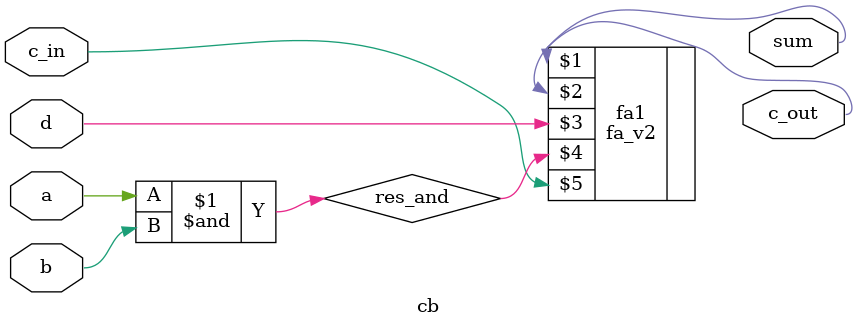
<source format=v>
module cb(output wire sum, c_out, input wire d, a, b, c_in);

//Declaración de conexiones internas:
wire res_and;   //resultado del and

//Estructura interna: Instancias de puertas y sus conexiones
and #1 and1(res_and, a, b);
fa_v2 fa1(sum, c_out, d, res_and, c_in);

endmodule

</source>
